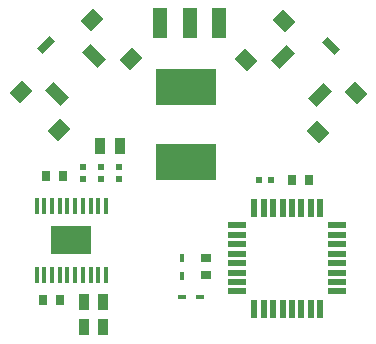
<source format=gbp>
%FSTAX23Y23*%
%MOIN*%
%SFA1B1*%

%IPPOS*%
%AMD50*
4,1,4,-0.040300,0.012600,0.012600,-0.040300,0.040300,-0.012600,-0.012600,0.040300,-0.040300,0.012600,0.0*
%
%AMD51*
4,1,4,-0.002800,-0.038900,0.038900,0.002800,0.002800,0.038900,-0.038900,-0.002800,-0.002800,-0.038900,0.0*
%
%AMD52*
4,1,4,-0.012500,-0.029200,0.029200,0.012500,0.012500,0.029200,-0.029200,-0.012500,-0.012500,-0.029200,0.0*
%
%AMD53*
4,1,4,0.012600,0.040300,-0.040300,-0.012600,-0.012600,-0.040300,0.040300,0.012600,0.012600,0.040300,0.0*
%
%AMD54*
4,1,4,-0.038900,0.002800,0.002800,-0.038900,0.038900,-0.002800,-0.002800,0.038900,-0.038900,0.002800,0.0*
%
%AMD55*
4,1,4,-0.029200,0.012500,0.012500,-0.029200,0.029200,-0.012500,-0.012500,0.029200,-0.029200,0.012500,0.0*
%
%ADD40R,0.037010X0.029530*%
%ADD41R,0.025200X0.016540*%
%ADD42R,0.016540X0.025200*%
%ADD43R,0.018700X0.019680*%
%ADD44R,0.029530X0.037010*%
%ADD45R,0.059060X0.023620*%
%ADD46R,0.023620X0.059060*%
%ADD47R,0.133070X0.094490*%
%ADD48R,0.017720X0.058070*%
%ADD49R,0.047240X0.098430*%
G04~CAMADD=50~9~0.0~0.0~748.0~393.7~0.0~0.0~0~0.0~0.0~0.0~0.0~0~0.0~0.0~0.0~0.0~0~0.0~0.0~0.0~135.0~806.0~805.0*
%ADD50D50*%
G04~CAMADD=51~9~0.0~0.0~590.6~511.8~0.0~0.0~0~0.0~0.0~0.0~0.0~0~0.0~0.0~0.0~0.0~0~0.0~0.0~0.0~225.0~778.0~777.0*
%ADD51D51*%
G04~CAMADD=52~9~0.0~0.0~590.6~236.2~0.0~0.0~0~0.0~0.0~0.0~0.0~0~0.0~0.0~0.0~0.0~0~0.0~0.0~0.0~225.0~584.0~583.0*
%ADD52D52*%
G04~CAMADD=53~9~0.0~0.0~748.0~393.7~0.0~0.0~0~0.0~0.0~0.0~0.0~0~0.0~0.0~0.0~0.0~0~0.0~0.0~0.0~45.0~806.0~805.0*
%ADD53D53*%
G04~CAMADD=54~9~0.0~0.0~590.6~511.8~0.0~0.0~0~0.0~0.0~0.0~0.0~0~0.0~0.0~0.0~0.0~0~0.0~0.0~0.0~135.0~778.0~777.0*
%ADD54D54*%
G04~CAMADD=55~9~0.0~0.0~590.6~236.2~0.0~0.0~0~0.0~0.0~0.0~0.0~0~0.0~0.0~0.0~0.0~0~0.0~0.0~0.0~135.0~584.0~583.0*
%ADD55D55*%
%ADD56R,0.200000X0.120000*%
%ADD57R,0.038190X0.057870*%
%ADD58R,0.019680X0.018700*%
%LNpcb1-1*%
%LPD*%
G54D40*
X03155Y02435D03*
Y0238D03*
G54D41*
X03075Y02307D03*
X03134D03*
G54D42*
X03075Y02377D03*
Y02436D03*
G54D43*
X03329Y02695D03*
X0337D03*
G54D44*
X03442Y02695D03*
X03497D03*
X02667Y02295D03*
X02612D03*
X02677Y0271D03*
X02622D03*
G54D45*
X03592Y02545D03*
Y02513D03*
Y02482D03*
Y0245D03*
Y02419D03*
Y02387D03*
Y02356D03*
Y02324D03*
X03257D03*
Y02356D03*
Y02387D03*
Y02419D03*
Y0245D03*
Y02482D03*
Y02513D03*
Y02545D03*
G54D46*
X03535Y02267D03*
X03503D03*
X03472D03*
X0344D03*
X03409D03*
X03377D03*
X03346D03*
X03314D03*
Y02602D03*
X03346D03*
X03377D03*
X03409D03*
X0344D03*
X03472D03*
X03503D03*
X03535D03*
G54D47*
X02705Y02495D03*
G54D48*
X0282Y0261D03*
X02794D03*
X02769D03*
X02743D03*
X02718D03*
X02692D03*
X02666D03*
X02641D03*
X02615D03*
X0259D03*
Y02379D03*
X02615D03*
X02641D03*
X02666D03*
X02692D03*
X02718D03*
X02743D03*
X02769D03*
X02794D03*
X0282D03*
G54D49*
X03001Y0322D03*
X031D03*
X03198D03*
G54D50*
X02656Y02983D03*
X02781Y03108D03*
G54D51*
X02536Y02989D03*
X02664Y02861D03*
X02903Y031D03*
X02775Y03228D03*
G54D52*
X0262Y03145D03*
G54D53*
X03409Y03105D03*
X03535Y02979D03*
G54D54*
X03415Y03224D03*
X03287Y03096D03*
X03526Y02857D03*
X03654Y02985D03*
G54D55*
X03571Y03141D03*
G54D56*
X03086Y03005D03*
X03087Y02755D03*
G54D57*
X02812Y02205D03*
X02747D03*
X02812Y0229D03*
X02747D03*
X02867Y0281D03*
X02802D03*
G54D58*
X02865Y0274D03*
Y02699D03*
X02805Y0274D03*
Y02699D03*
X02745Y0274D03*
Y02699D03*
M02*
</source>
